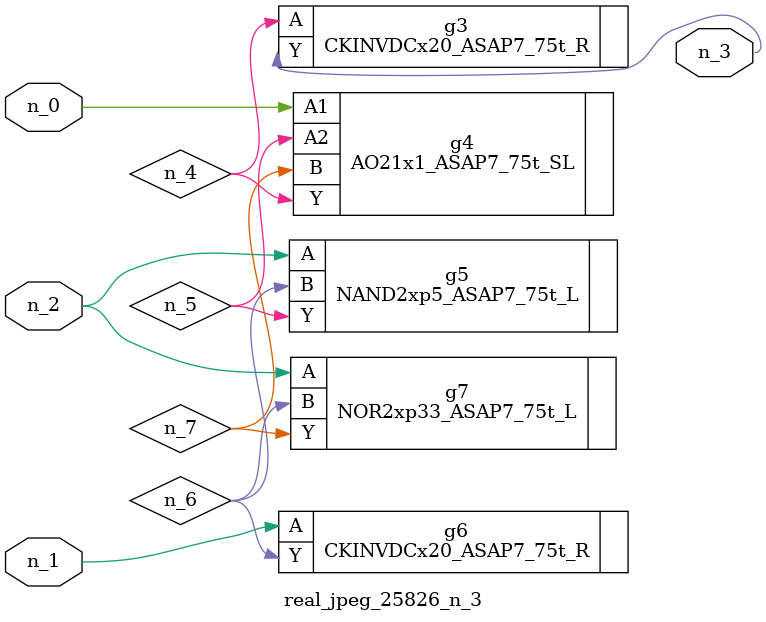
<source format=v>
module real_jpeg_25826_n_3 (n_1, n_0, n_2, n_3);

input n_1;
input n_0;
input n_2;

output n_3;

wire n_5;
wire n_4;
wire n_6;
wire n_7;

AO21x1_ASAP7_75t_SL g4 ( 
.A1(n_0),
.A2(n_5),
.B(n_7),
.Y(n_4)
);

CKINVDCx20_ASAP7_75t_R g6 ( 
.A(n_1),
.Y(n_6)
);

NAND2xp5_ASAP7_75t_L g5 ( 
.A(n_2),
.B(n_6),
.Y(n_5)
);

NOR2xp33_ASAP7_75t_L g7 ( 
.A(n_2),
.B(n_6),
.Y(n_7)
);

CKINVDCx20_ASAP7_75t_R g3 ( 
.A(n_4),
.Y(n_3)
);


endmodule
</source>
